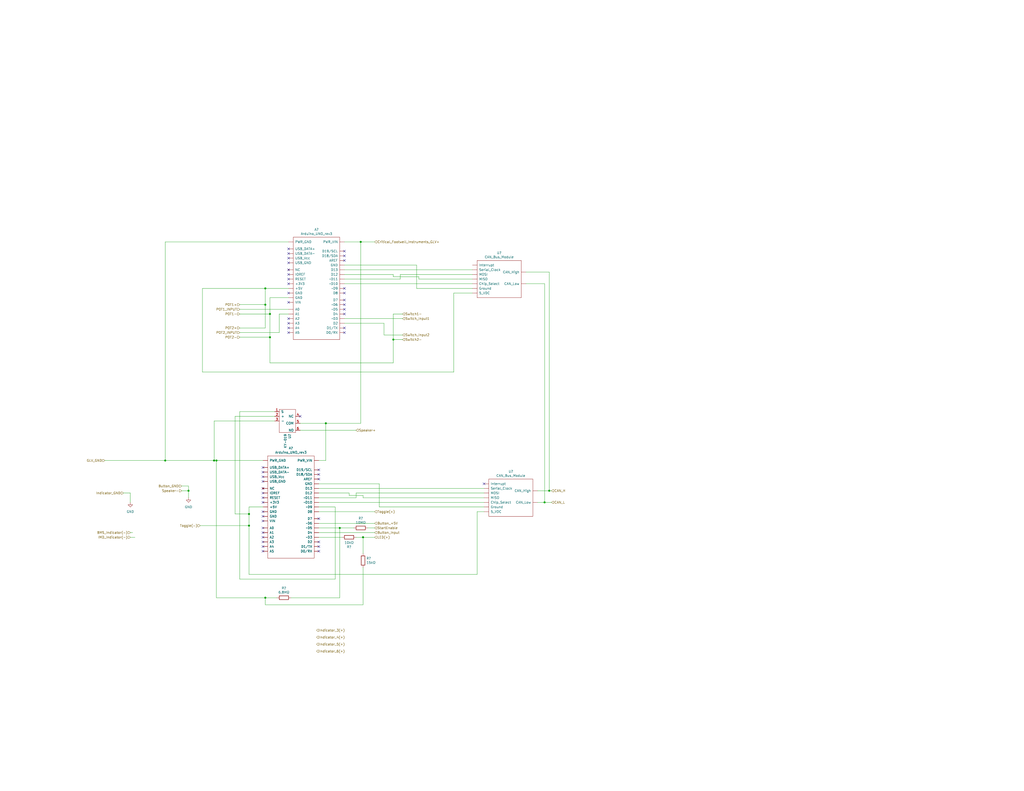
<source format=kicad_sch>
(kicad_sch (version 20211123) (generator eeschema)
  (paper "C")
  (lib_symbols
    (symbol "Device:R" (pin_numbers hide) (pin_names (offset 0))
      (property "Reference" "R" (at 2.032 0 90))
      (property "Value" "R" (at 0 0 90))
      (symbol "R_0_1"
        (rectangle (start -1.016 -2.54) (end 1.016 2.54) (stroke (width 0.254)))
      )
      (symbol "R_1_1"
        (pin passive line (at 0 3.81 270) (length 1.27) (name "~") (number "1"))
        (pin passive line (at 0 -3.81 90) (length 1.27) (name "~") (number "2"))
      )
    )
    (symbol "NER:Arduino_UNO_rev3" (pin_names (offset 1.016))
      (property "Reference" "A" (at 0 3.81 0))
      (property "Value" "Arduino_UNO_rev3" (at 0 1.27 0))
      (symbol "Arduino_UNO_rev3_0_1"
        (rectangle (start 12.7 -57.15) (end -12.7 -1.27))
      )
      (symbol "Arduino_UNO_rev3_1_1"
        (pin power_out line (at -15.24 -26.67 0) (length 2.54) (name "+3V3") (number "~"))
        (pin power_out line (at -15.24 -29.21 0) (length 2.54) (name "+5V") (number "~"))
        (pin input line (at -15.24 -40.64 0) (length 2.54) (name "A0") (number "~"))
        (pin input line (at -15.24 -43.18 0) (length 2.54) (name "A1") (number "~"))
        (pin input line (at -15.24 -45.72 0) (length 2.54) (name "A2") (number "~"))
        (pin input line (at -15.24 -48.26 0) (length 2.54) (name "A3") (number "~"))
        (pin input line (at -15.24 -50.8 0) (length 2.54) (name "A4") (number "~"))
        (pin input line (at -15.24 -53.34 0) (length 2.54) (name "A5") (number "~"))
        (pin passive line (at 15.24 -13.97 180) (length 2.54) (name "AREF") (number "~"))
        (pin bidirectional line (at 15.24 -53.34 180) (length 2.54) (name "D0/RX") (number "~"))
        (pin bidirectional line (at 15.24 -50.8 180) (length 2.54) (name "D1/TX") (number "~"))
        (pin bidirectional line (at 15.24 -21.59 180) (length 2.54) (name "D12") (number "~"))
        (pin bidirectional line (at 15.24 -19.05 180) (length 2.54) (name "D13") (number "~"))
        (pin bidirectional line (at 15.24 -11.43 180) (length 2.54) (name "D18/SDA") (number "~"))
        (pin bidirectional line (at 15.24 -8.89 180) (length 2.54) (name "D19/SCL") (number "~"))
        (pin bidirectional line (at 15.24 -48.26 180) (length 2.54) (name "D2") (number "~"))
        (pin bidirectional line (at 15.24 -43.18 180) (length 2.54) (name "D4") (number "~"))
        (pin bidirectional line (at 15.24 -35.56 180) (length 2.54) (name "D7") (number "~"))
        (pin bidirectional line (at 15.24 -31.75 180) (length 2.54) (name "D8") (number "~"))
        (pin passive line (at -15.24 -34.29 0) (length 2.54) (name "GND") (number "~"))
        (pin passive line (at -15.24 -31.75 0) (length 2.54) (name "GND") (number "~"))
        (pin passive line (at 15.24 -16.51 180) (length 2.54) (name "GND") (number "~"))
        (pin passive line (at -15.24 -21.59 0) (length 2.54) (name "IOREF") (number "~"))
        (pin no_connect line (at -15.24 -19.05 0) (length 2.54) (name "NC") (number "~"))
        (pin passive line (at -15.24 -3.81 0) (length 2.54) (name "PWR_GND") (number "~"))
        (pin power_in line (at 15.24 -3.81 180) (length 2.54) (name "PWR_VIN") (number "~"))
        (pin input line (at -15.24 -24.13 0) (length 2.54) (name "RESET") (number "~"))
        (pin bidirectional line (at -15.24 -7.62 0) (length 2.54) (name "USB_DATA+") (number "~"))
        (pin bidirectional line (at -15.24 -10.16 0) (length 2.54) (name "USB_DATA-") (number "~"))
        (pin passive line (at -15.24 -15.24 0) (length 2.54) (name "USB_GND") (number "~"))
        (pin power_in line (at -15.24 -12.7 0) (length 2.54) (name "USB_Vcc") (number "~"))
        (pin power_in line (at -15.24 -36.83 0) (length 2.54) (name "VIN") (number "~"))
        (pin bidirectional line (at 15.24 -26.67 180) (length 2.54) (name "~D10") (number "~"))
        (pin bidirectional line (at 15.24 -24.13 180) (length 2.54) (name "~D11") (number "~"))
        (pin bidirectional line (at 15.24 -45.72 180) (length 2.54) (name "~D3") (number "~"))
        (pin bidirectional line (at 15.24 -40.64 180) (length 2.54) (name "~D5") (number "~"))
        (pin bidirectional line (at 15.24 -38.1 180) (length 2.54) (name "~D6") (number "~"))
        (pin bidirectional line (at 15.24 -29.21 180) (length 2.54) (name "~D9") (number "~"))
      )
    )
    (symbol "NER:CAN_Bus_Module" (pin_names (offset 1.016))
      (property "Reference" "U" (at 0 1.27 0))
      (property "Value" "CAN_Bus_Module" (at 0 0 0))
      (symbol "CAN_Bus_Module_0_1"
        (rectangle (start -11.43 -1.27) (end 12.7 -21.59))
      )
      (symbol "CAN_Bus_Module_1_1"
        (pin input line (at -13.97 -19.05 0) (length 2.54) (name "5_VDC") (number "~"))
        (pin input line (at 15.24 -7.62 180) (length 2.54) (name "CAN_High") (number "~"))
        (pin input line (at 15.24 -13.97 180) (length 2.54) (name "CAN_Low") (number "~"))
        (pin input line (at -13.97 -13.97 0) (length 2.54) (name "Chip_Select") (number "~"))
        (pin input line (at -13.97 -16.51 0) (length 2.54) (name "Ground") (number "~"))
        (pin input line (at -13.97 -3.81 0) (length 2.54) (name "Interrupt") (number "~"))
        (pin input line (at -13.97 -11.43 0) (length 2.54) (name "MISO") (number "~"))
        (pin input line (at -13.97 -8.89 0) (length 2.54) (name "MOSI") (number "~"))
        (pin input line (at -13.97 -6.35 0) (length 2.54) (name "Serial_Clock") (number "~"))
      )
    )
    (symbol "NER:KY-019" (pin_names (offset 1.016))
      (property "Reference" "U" (at -6.35 5.08 0))
      (property "Value" "KY-019" (at 3.81 -6.35 0))
      (symbol "KY-019_0_1"
        (rectangle (start 6.35 3.81) (end -6.35 -5.08))
      )
      (symbol "KY-019_1_1"
        (pin bidirectional line (at -5.08 -7.62 90) (length 2.54) (name "S") (number "1"))
        (pin bidirectional line (at -2.54 -7.62 90) (length 2.54) (name "+") (number "2"))
        (pin bidirectional line (at 0 -7.62 90) (length 2.54) (name "-") (number "3"))
        (pin bidirectional line (at -2.54 6.35 270) (length 2.54) (name "NC") (number "4"))
        (pin bidirectional line (at 1.27 6.35 270) (length 2.54) (name "COM") (number "5"))
        (pin bidirectional line (at 5.08 6.35 270) (length 2.54) (name "NO") (number "6"))
      )
    )
    (symbol "power:GND" (power) (pin_names (offset 0))
      (property "Value" "GND" (at 0 -3.81 0))
      (symbol "GND_0_1"
        (polyline (pts (xy 0 0) (xy 0 -1.27) (xy 1.27 -1.27) (xy 0 -2.54) (xy -1.27 -1.27) (xy 0 -1.27)))
      )
      (symbol "GND_1_1"
        (pin power_in line (at 0 0 270) (length 0) hide (name "GND") (number "1"))
      )
    )
  )
  (junction (at 297.18 274.32))
  (junction (at 116.84 251.46))
  (junction (at 144.78 166.37))
  (junction (at 147.32 184.15))
  (junction (at 144.78 157.48))
  (junction (at 198.12 293.37))
  (junction (at 177.8 231.14))
  (junction (at 144.78 326.39))
  (junction (at 135.89 280.67))
  (junction (at 102.87 267.97))
  (junction (at 135.89 287.02))
  (junction (at 90.17 251.46))
  (junction (at 299.72 267.97))
  (junction (at 214.63 185.42))
  (junction (at 118.11 251.46))
  (junction (at 196.85 132.08))
  (junction (at 147.32 171.45))
  (junction (at 185.42 288.29))
  (no_connect (at 157.48 160.02))
  (no_connect (at 143.51 300.99))
  (no_connect (at 143.51 290.83))
  (no_connect (at 157.48 135.89))
  (no_connect (at 143.51 298.45))
  (no_connect (at 157.48 138.43))
  (no_connect (at 157.48 143.51))
  (no_connect (at 143.51 279.4))
  (no_connect (at 143.51 293.37))
  (no_connect (at 187.96 163.83))
  (no_connect (at 157.48 147.32))
  (no_connect (at 157.48 173.99))
  (no_connect (at 143.51 262.89))
  (no_connect (at 187.96 137.16))
  (no_connect (at 143.51 255.27))
  (no_connect (at 143.51 271.78))
  (no_connect (at 157.48 149.86))
  (no_connect (at 173.99 259.08))
  (no_connect (at 264.16 264.16))
  (no_connect (at 143.51 288.29))
  (no_connect (at 187.96 157.48))
  (no_connect (at 157.48 165.1))
  (no_connect (at 173.99 295.91))
  (no_connect (at 157.48 152.4))
  (no_connect (at 157.48 176.53))
  (no_connect (at 173.99 300.99))
  (no_connect (at 143.51 295.91))
  (no_connect (at 187.96 181.61))
  (no_connect (at 173.99 298.45))
  (no_connect (at 143.51 260.35))
  (no_connect (at 157.48 140.97))
  (no_connect (at 143.51 274.32))
  (no_connect (at 173.99 261.62))
  (no_connect (at 173.99 256.54))
  (no_connect (at 187.96 160.02))
  (no_connect (at 157.48 181.61))
  (no_connect (at 187.96 142.24))
  (no_connect (at 163.83 227.33))
  (no_connect (at 143.51 269.24))
  (no_connect (at 143.51 257.81))
  (no_connect (at 143.51 266.7))
  (no_connect (at 157.48 154.94))
  (no_connect (at 187.96 166.37))
  (no_connect (at 187.96 168.91))
  (no_connect (at 187.96 171.45))
  (no_connect (at 143.51 284.48))
  (no_connect (at 187.96 139.7))
  (no_connect (at 187.96 179.07))
  (no_connect (at 173.99 283.21))
  (no_connect (at 157.48 179.07))
  (no_connect (at 143.51 281.94))
  (wire (pts (xy 173.99 288.29) (xy 185.42 288.29)))
  (wire (pts (xy 300.99 267.97) (xy 299.72 267.97)))
  (wire (pts (xy 144.78 179.07) (xy 130.81 179.07)))
  (wire (pts (xy 110.49 203.2) (xy 247.65 203.2)))
  (wire (pts (xy 144.78 166.37) (xy 144.78 179.07)))
  (wire (pts (xy 214.63 185.42) (xy 214.63 171.45)))
  (wire (pts (xy 299.72 267.97) (xy 299.72 148.59)))
  (wire (pts (xy 173.99 285.75) (xy 204.47 285.75)))
  (wire (pts (xy 149.86 224.79) (xy 130.81 224.79)))
  (wire (pts (xy 99.06 265.43) (xy 102.87 265.43)))
  (wire (pts (xy 147.32 184.15) (xy 147.32 198.12)))
  (wire (pts (xy 214.63 151.13) (xy 214.63 149.86)))
  (wire (pts (xy 135.89 280.67) (xy 135.89 287.02)))
  (wire (pts (xy 214.63 151.13) (xy 228.6 151.13)))
  (wire (pts (xy 118.11 326.39) (xy 118.11 251.46)))
  (wire (pts (xy 157.48 168.91) (xy 130.81 168.91)))
  (wire (pts (xy 196.85 132.08) (xy 187.96 132.08)))
  (wire (pts (xy 247.65 160.02) (xy 247.65 203.2)))
  (wire (pts (xy 198.12 309.88) (xy 198.12 330.2)))
  (wire (pts (xy 90.17 132.08) (xy 90.17 251.46)))
  (wire (pts (xy 157.48 162.56) (xy 147.32 162.56)))
  (wire (pts (xy 200.66 288.29) (xy 204.47 288.29)))
  (wire (pts (xy 187.96 149.86) (xy 214.63 149.86)))
  (wire (pts (xy 260.35 279.4) (xy 264.16 279.4)))
  (wire (pts (xy 152.4 171.45) (xy 152.4 181.61)))
  (wire (pts (xy 71.12 269.24) (xy 71.12 274.32)))
  (wire (pts (xy 185.42 288.29) (xy 193.04 288.29)))
  (wire (pts (xy 247.65 160.02) (xy 257.81 160.02)))
  (wire (pts (xy 173.99 274.32) (xy 264.16 274.32)))
  (wire (pts (xy 118.11 251.46) (xy 143.51 251.46)))
  (wire (pts (xy 116.84 229.87) (xy 149.86 229.87)))
  (wire (pts (xy 198.12 293.37) (xy 204.47 293.37)))
  (wire (pts (xy 128.27 227.33) (xy 128.27 280.67)))
  (wire (pts (xy 187.96 176.53) (xy 209.55 176.53)))
  (wire (pts (xy 214.63 185.42) (xy 219.71 185.42)))
  (wire (pts (xy 297.18 274.32) (xy 297.18 154.94)))
  (wire (pts (xy 128.27 280.67) (xy 135.89 280.67)))
  (wire (pts (xy 173.99 264.16) (xy 207.01 264.16)))
  (wire (pts (xy 71.12 293.37) (xy 73.66 293.37)))
  (wire (pts (xy 144.78 166.37) (xy 130.81 166.37)))
  (wire (pts (xy 173.99 293.37) (xy 186.69 293.37)))
  (wire (pts (xy 177.8 251.46) (xy 173.99 251.46)))
  (wire (pts (xy 214.63 198.12) (xy 214.63 185.42)))
  (wire (pts (xy 227.33 144.78) (xy 227.33 157.48)))
  (wire (pts (xy 204.47 132.08) (xy 196.85 132.08)))
  (wire (pts (xy 102.87 271.78) (xy 102.87 267.97)))
  (wire (pts (xy 257.81 152.4) (xy 228.6 152.4)))
  (wire (pts (xy 102.87 265.43) (xy 102.87 267.97)))
  (wire (pts (xy 198.12 330.2) (xy 144.78 330.2)))
  (wire (pts (xy 185.42 288.29) (xy 185.42 326.39)))
  (wire (pts (xy 144.78 157.48) (xy 144.78 166.37)))
  (wire (pts (xy 187.96 173.99) (xy 219.71 173.99)))
  (wire (pts (xy 173.99 279.4) (xy 204.47 279.4)))
  (wire (pts (xy 147.32 184.15) (xy 130.81 184.15)))
  (wire (pts (xy 157.48 157.48) (xy 144.78 157.48)))
  (wire (pts (xy 177.8 231.14) (xy 163.83 231.14)))
  (wire (pts (xy 194.31 271.78) (xy 173.99 271.78)))
  (wire (pts (xy 147.32 171.45) (xy 147.32 184.15)))
  (wire (pts (xy 157.48 171.45) (xy 152.4 171.45)))
  (wire (pts (xy 194.31 269.24) (xy 194.31 271.78)))
  (wire (pts (xy 128.27 227.33) (xy 149.86 227.33)))
  (wire (pts (xy 135.89 313.69) (xy 260.35 313.69)))
  (wire (pts (xy 130.81 316.23) (xy 182.88 316.23)))
  (wire (pts (xy 207.01 276.86) (xy 264.16 276.86)))
  (wire (pts (xy 190.5 270.51) (xy 190.5 269.24)))
  (wire (pts (xy 228.6 152.4) (xy 228.6 151.13)))
  (wire (pts (xy 147.32 171.45) (xy 130.81 171.45)))
  (wire (pts (xy 218.44 149.86) (xy 218.44 152.4)))
  (wire (pts (xy 147.32 198.12) (xy 214.63 198.12)))
  (wire (pts (xy 194.31 293.37) (xy 198.12 293.37)))
  (wire (pts (xy 198.12 271.78) (xy 264.16 271.78)))
  (wire (pts (xy 198.12 293.37) (xy 198.12 302.26)))
  (wire (pts (xy 90.17 251.46) (xy 116.84 251.46)))
  (wire (pts (xy 110.49 157.48) (xy 144.78 157.48)))
  (wire (pts (xy 71.12 290.83) (xy 72.39 290.83)))
  (wire (pts (xy 198.12 270.51) (xy 198.12 271.78)))
  (wire (pts (xy 173.99 266.7) (xy 264.16 266.7)))
  (wire (pts (xy 227.33 157.48) (xy 257.81 157.48)))
  (wire (pts (xy 297.18 154.94) (xy 287.02 154.94)))
  (wire (pts (xy 187.96 144.78) (xy 227.33 144.78)))
  (wire (pts (xy 57.15 251.46) (xy 90.17 251.46)))
  (wire (pts (xy 185.42 326.39) (xy 158.75 326.39)))
  (wire (pts (xy 190.5 270.51) (xy 198.12 270.51)))
  (wire (pts (xy 187.96 147.32) (xy 257.81 147.32)))
  (wire (pts (xy 118.11 326.39) (xy 144.78 326.39)))
  (wire (pts (xy 187.96 152.4) (xy 218.44 152.4)))
  (wire (pts (xy 152.4 181.61) (xy 130.81 181.61)))
  (wire (pts (xy 135.89 276.86) (xy 135.89 280.67)))
  (wire (pts (xy 116.84 251.46) (xy 118.11 251.46)))
  (wire (pts (xy 300.99 274.32) (xy 297.18 274.32)))
  (wire (pts (xy 299.72 148.59) (xy 287.02 148.59)))
  (wire (pts (xy 116.84 229.87) (xy 116.84 251.46)))
  (wire (pts (xy 297.18 274.32) (xy 293.37 274.32)))
  (wire (pts (xy 144.78 326.39) (xy 151.13 326.39)))
  (wire (pts (xy 135.89 287.02) (xy 135.89 313.69)))
  (wire (pts (xy 190.5 269.24) (xy 173.99 269.24)))
  (wire (pts (xy 187.96 154.94) (xy 257.81 154.94)))
  (wire (pts (xy 110.49 203.2) (xy 110.49 157.48)))
  (wire (pts (xy 196.85 132.08) (xy 196.85 231.14)))
  (wire (pts (xy 177.8 231.14) (xy 177.8 251.46)))
  (wire (pts (xy 67.31 269.24) (xy 71.12 269.24)))
  (wire (pts (xy 194.31 269.24) (xy 264.16 269.24)))
  (wire (pts (xy 207.01 264.16) (xy 207.01 276.86)))
  (wire (pts (xy 182.88 276.86) (xy 173.99 276.86)))
  (wire (pts (xy 209.55 182.88) (xy 219.71 182.88)))
  (wire (pts (xy 144.78 330.2) (xy 144.78 326.39)))
  (wire (pts (xy 214.63 171.45) (xy 219.71 171.45)))
  (wire (pts (xy 177.8 231.14) (xy 196.85 231.14)))
  (wire (pts (xy 163.83 234.95) (xy 194.31 234.95)))
  (wire (pts (xy 135.89 276.86) (xy 143.51 276.86)))
  (wire (pts (xy 209.55 176.53) (xy 209.55 182.88)))
  (wire (pts (xy 147.32 162.56) (xy 147.32 171.45)))
  (wire (pts (xy 157.48 132.08) (xy 90.17 132.08)))
  (wire (pts (xy 130.81 224.79) (xy 130.81 316.23)))
  (wire (pts (xy 182.88 316.23) (xy 182.88 276.86)))
  (wire (pts (xy 299.72 267.97) (xy 293.37 267.97)))
  (wire (pts (xy 260.35 313.69) (xy 260.35 279.4)))
  (wire (pts (xy 218.44 149.86) (xy 257.81 149.86)))
  (wire (pts (xy 102.87 267.97) (xy 99.06 267.97)))
  (wire (pts (xy 173.99 290.83) (xy 204.47 290.83)))
  (wire (pts (xy 109.22 287.02) (xy 135.89 287.02)))
  (hierarchical_label "IMD_Indicator(-)" (shape input) (at 71.12 293.37 180))
  (hierarchical_label "POT1+" (shape input) (at 130.81 166.37 180))
  (hierarchical_label "CAN_H" (shape input) (at 300.99 267.97 0))
  (hierarchical_label "Switch_Input1" (shape input) (at 219.71 173.99 0))
  (hierarchical_label "Button_+5V" (shape input) (at 204.47 285.75 0))
  (hierarchical_label "Switch_Input2" (shape input) (at 219.71 182.88 0))
  (hierarchical_label "Button_GND" (shape input) (at 99.06 265.43 180))
  (hierarchical_label "Button_Input" (shape input) (at 204.47 290.83 0))
  (hierarchical_label "Critical_Footwell_Instruments_GLV+" (shape input) (at 204.47 132.08 0))
  (hierarchical_label "CAN_L" (shape input) (at 300.99 274.32 0))
  (hierarchical_label "Speaker+" (shape input) (at 194.31 234.95 0))
  (hierarchical_label "StartEnable" (shape input) (at 204.47 288.29 0))
  (hierarchical_label "Switch1-" (shape input) (at 219.71 171.45 0))
  (hierarchical_label "Indicator_GND" (shape input) (at 67.31 269.24 180))
  (hierarchical_label "Toggle(-)" (shape input) (at 109.22 287.02 180))
  (hierarchical_label "POT1_INPUT" (shape input) (at 130.81 168.91 180))
  (hierarchical_label "Switch2-" (shape input) (at 219.71 185.42 0))
  (hierarchical_label "Indicator_5(+)" (shape input) (at 172.72 351.79 0))
  (hierarchical_label "POT2+" (shape input) (at 130.81 179.07 180))
  (hierarchical_label "BMS_Indicator(-)" (shape input) (at 71.12 290.83 180))
  (hierarchical_label "GLV_GND" (shape input) (at 57.15 251.46 180))
  (hierarchical_label "Indicator_3(+)" (shape input) (at 172.72 344.17 0))
  (hierarchical_label "Indicator_4(+)" (shape input) (at 172.72 347.98 0))
  (hierarchical_label "LED(+)" (shape input) (at 204.47 293.37 0))
  (hierarchical_label "POT2_INPUT" (shape input) (at 130.81 181.61 180))
  (hierarchical_label "Toggle(+)" (shape input) (at 204.47 279.4 0))
  (hierarchical_label "Indicator_6(+)" (shape input) (at 172.72 355.6 0))
  (hierarchical_label "POT2-" (shape input) (at 130.81 184.15 180))
  (hierarchical_label "Speaker-" (shape input) (at 99.06 267.97 180))
  (hierarchical_label "POT1-" (shape input) (at 130.81 171.45 180))
  (symbol (lib_id "NER:Arduino_UNO_rev3") (at 158.75 247.65 0) (unit 1)
    (property "Reference" "A?" (at 158.75 244.729 0))
    (property "Value" "Arduino_UNO_rev3" (at 158.75 247.0404 0))
  )
  (symbol (lib_id "Device:R") (at 196.85 288.29 270) (unit 1)
    (property "Reference" "R?" (at 196.85 283.0322 90))
    (property "Value" "10MΩ" (at 196.85 285.3436 90))
  )
  (symbol (lib_id "NER:CAN_Bus_Module") (at 271.78 140.97 0) (unit 1)
    (property "Reference" "U?" (at 272.415 138.049 0))
    (property "Value" "CAN_Bus_Module" (at 272.415 140.3604 0))
  )
  (symbol (lib_id "power:GND") (at 71.12 274.32 0) (unit 1)
    (property "Reference" "#PWR?" (effects hide))
    (property "Value" "GND" (at 71.12 279.4 0))
  )
  (symbol (lib_id "Device:R") (at 198.12 306.07 180) (unit 1)
    (property "Reference" "R?" (at 199.898 304.9016 0) (effects (justify right)))
    (property "Value" "15kΩ" (at 199.898 307.213 0) (effects (justify right)))
  )
  (symbol (lib_id "NER:CAN_Bus_Module") (at 278.13 260.35 0) (unit 1)
    (property "Reference" "U?" (at 278.765 257.429 0))
    (property "Value" "CAN_Bus_Module" (at 278.765 259.7404 0))
  )
  (symbol (lib_id "NER:Arduino_UNO_rev3") (at 172.72 128.27 0) (unit 1)
    (property "Reference" "A?" (at 172.72 125.349 0))
    (property "Value" "Arduino_UNO_rev3" (at 172.72 127.6604 0))
  )
  (symbol (lib_id "Device:R") (at 154.94 326.39 90) (unit 1)
    (property "Reference" "R?" (at 154.94 321.1322 90))
    (property "Value" "6.8MΩ" (at 154.94 323.4436 90))
  )
  (symbol (lib_id "Device:R") (at 190.5 293.37 90) (unit 1)
    (property "Reference" "R?" (at 190.5 298.6278 90))
    (property "Value" "10kΩ" (at 190.5 296.3164 90))
  )
  (symbol (lib_id "NER:KY-019") (at 157.48 229.87 270) (unit 1)
    (property "Reference" "U?" (at 158.0134 236.9312 0) (effects (justify left)))
    (property "Value" "KY-019" (at 155.702 236.9312 0) (effects (justify left)))
  )
  (symbol (lib_id "power:GND") (at 102.87 271.78 0) (unit 1)
    (property "Reference" "#PWR?" (effects hide))
    (property "Value" "GND" (at 102.87 276.86 0))
  )
)
</source>
